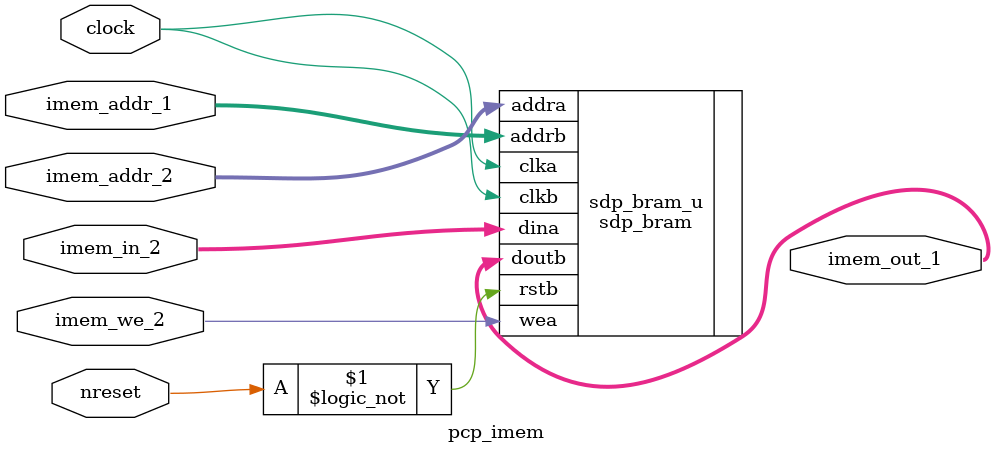
<source format=v>
`timescale 1ns/1ps

/////////////////////////////////////////////////////////////////////////////////////////////
module pcp_imem
	(
	nreset,
	clock,

	imem_addr_1,
	imem_out_1,

	imem_addr_2,
	imem_in_2,
	imem_we_2
    );

	// Ports //////////////////////////////////////////////////////////////
	input			nreset;
	input 			clock;

	input	[9:0]	imem_addr_1;
	output	[74:0]	imem_out_1;

	input	[9:0]	imem_addr_2;
	input	[74:0]	imem_in_2;
	input			imem_we_2;

	// Instantiations /////////////////////////////////////////////////////
	sdp_bram sdp_bram_u
	(
		// Write Port
		.clka(clock),
		.addra(imem_addr_2),
		.dina(imem_in_2),
		.wea(imem_we_2),

		// Read Port
		.rstb(!nreset),
		.clkb(clock),
		.addrb(imem_addr_1),
		.doutb(imem_out_1)
	);

/////////////////////////////////////////////////////////////////////////////////////////////
endmodule

</source>
